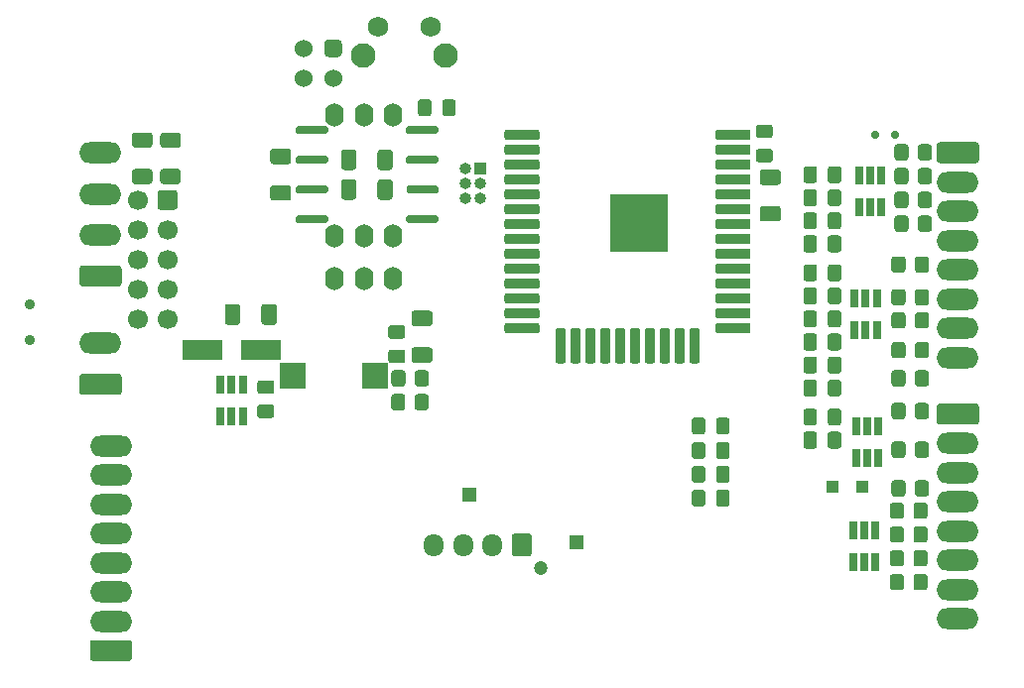
<source format=gbs>
G04 #@! TF.GenerationSoftware,KiCad,Pcbnew,(5.1.8)-1*
G04 #@! TF.CreationDate,2021-05-03T11:31:43+02:00*
G04 #@! TF.ProjectId,sensactHsIO4,73656e73-6163-4744-9873-494f342e6b69,rev?*
G04 #@! TF.SameCoordinates,Original*
G04 #@! TF.FileFunction,Soldermask,Bot*
G04 #@! TF.FilePolarity,Negative*
%FSLAX46Y46*%
G04 Gerber Fmt 4.6, Leading zero omitted, Abs format (unit mm)*
G04 Created by KiCad (PCBNEW (5.1.8)-1) date 2021-05-03 11:31:43*
%MOMM*%
%LPD*%
G01*
G04 APERTURE LIST*
%ADD10R,2.200000X2.200000*%
%ADD11R,5.000000X5.000000*%
%ADD12O,1.600000X2.000000*%
%ADD13O,3.600000X1.800000*%
%ADD14O,1.000000X1.000000*%
%ADD15R,1.000000X1.000000*%
%ADD16C,0.700000*%
%ADD17C,1.700000*%
%ADD18C,1.200000*%
%ADD19O,1.700000X1.950000*%
%ADD20R,1.230000X1.230000*%
%ADD21C,0.900000*%
%ADD22C,1.524000*%
%ADD23C,2.100000*%
%ADD24C,1.750000*%
%ADD25R,0.650000X1.560000*%
%ADD26R,3.500000X1.800000*%
G04 APERTURE END LIST*
G36*
G01*
X142182000Y-106901000D02*
X142182000Y-105951000D01*
G75*
G02*
X142432000Y-105701000I250000J0D01*
G01*
X143107000Y-105701000D01*
G75*
G02*
X143357000Y-105951000I0J-250000D01*
G01*
X143357000Y-106901000D01*
G75*
G02*
X143107000Y-107151000I-250000J0D01*
G01*
X142432000Y-107151000D01*
G75*
G02*
X142182000Y-106901000I0J250000D01*
G01*
G37*
G36*
G01*
X140107000Y-106901000D02*
X140107000Y-105951000D01*
G75*
G02*
X140357000Y-105701000I250000J0D01*
G01*
X141032000Y-105701000D01*
G75*
G02*
X141282000Y-105951000I0J-250000D01*
G01*
X141282000Y-106901000D01*
G75*
G02*
X141032000Y-107151000I-250000J0D01*
G01*
X140357000Y-107151000D01*
G75*
G02*
X140107000Y-106901000I0J250000D01*
G01*
G37*
G36*
G01*
X132438000Y-108168500D02*
X132438000Y-108493500D01*
G75*
G02*
X132275500Y-108656000I-162500J0D01*
G01*
X129850500Y-108656000D01*
G75*
G02*
X129688000Y-108493500I0J162500D01*
G01*
X129688000Y-108168500D01*
G75*
G02*
X129850500Y-108006000I162500J0D01*
G01*
X132275500Y-108006000D01*
G75*
G02*
X132438000Y-108168500I0J-162500D01*
G01*
G37*
G36*
G01*
X132438000Y-110708500D02*
X132438000Y-111033500D01*
G75*
G02*
X132275500Y-111196000I-162500J0D01*
G01*
X129850500Y-111196000D01*
G75*
G02*
X129688000Y-111033500I0J162500D01*
G01*
X129688000Y-110708500D01*
G75*
G02*
X129850500Y-110546000I162500J0D01*
G01*
X132275500Y-110546000D01*
G75*
G02*
X132438000Y-110708500I0J-162500D01*
G01*
G37*
G36*
G01*
X132438000Y-113248500D02*
X132438000Y-113573500D01*
G75*
G02*
X132275500Y-113736000I-162500J0D01*
G01*
X129850500Y-113736000D01*
G75*
G02*
X129688000Y-113573500I0J162500D01*
G01*
X129688000Y-113248500D01*
G75*
G02*
X129850500Y-113086000I162500J0D01*
G01*
X132275500Y-113086000D01*
G75*
G02*
X132438000Y-113248500I0J-162500D01*
G01*
G37*
G36*
G01*
X132438000Y-115788500D02*
X132438000Y-116113500D01*
G75*
G02*
X132275500Y-116276000I-162500J0D01*
G01*
X129850500Y-116276000D01*
G75*
G02*
X129688000Y-116113500I0J162500D01*
G01*
X129688000Y-115788500D01*
G75*
G02*
X129850500Y-115626000I162500J0D01*
G01*
X132275500Y-115626000D01*
G75*
G02*
X132438000Y-115788500I0J-162500D01*
G01*
G37*
G36*
G01*
X141863000Y-115788500D02*
X141863000Y-116113500D01*
G75*
G02*
X141700500Y-116276000I-162500J0D01*
G01*
X139275500Y-116276000D01*
G75*
G02*
X139113000Y-116113500I0J162500D01*
G01*
X139113000Y-115788500D01*
G75*
G02*
X139275500Y-115626000I162500J0D01*
G01*
X141700500Y-115626000D01*
G75*
G02*
X141863000Y-115788500I0J-162500D01*
G01*
G37*
G36*
G01*
X141888000Y-113248500D02*
X141888000Y-113573500D01*
G75*
G02*
X141725500Y-113736000I-162500J0D01*
G01*
X139300500Y-113736000D01*
G75*
G02*
X139138000Y-113573500I0J162500D01*
G01*
X139138000Y-113248500D01*
G75*
G02*
X139300500Y-113086000I162500J0D01*
G01*
X141725500Y-113086000D01*
G75*
G02*
X141888000Y-113248500I0J-162500D01*
G01*
G37*
G36*
G01*
X141838000Y-110708500D02*
X141838000Y-111033500D01*
G75*
G02*
X141675500Y-111196000I-162500J0D01*
G01*
X139250500Y-111196000D01*
G75*
G02*
X139088000Y-111033500I0J162500D01*
G01*
X139088000Y-110708500D01*
G75*
G02*
X139250500Y-110546000I162500J0D01*
G01*
X141675500Y-110546000D01*
G75*
G02*
X141838000Y-110708500I0J-162500D01*
G01*
G37*
G36*
G01*
X141838000Y-108168500D02*
X141838000Y-108493500D01*
G75*
G02*
X141675500Y-108656000I-162500J0D01*
G01*
X139250500Y-108656000D01*
G75*
G02*
X139088000Y-108493500I0J162500D01*
G01*
X139088000Y-108168500D01*
G75*
G02*
X139250500Y-108006000I162500J0D01*
G01*
X141675500Y-108006000D01*
G75*
G02*
X141838000Y-108168500I0J-162500D01*
G01*
G37*
D10*
X129469000Y-129286000D03*
X136469000Y-129286000D03*
G36*
G01*
X119624000Y-109844000D02*
X118374000Y-109844000D01*
G75*
G02*
X118124000Y-109594000I0J250000D01*
G01*
X118124000Y-108794000D01*
G75*
G02*
X118374000Y-108544000I250000J0D01*
G01*
X119624000Y-108544000D01*
G75*
G02*
X119874000Y-108794000I0J-250000D01*
G01*
X119874000Y-109594000D01*
G75*
G02*
X119624000Y-109844000I-250000J0D01*
G01*
G37*
G36*
G01*
X119624000Y-112944000D02*
X118374000Y-112944000D01*
G75*
G02*
X118124000Y-112694000I0J250000D01*
G01*
X118124000Y-111894000D01*
G75*
G02*
X118374000Y-111644000I250000J0D01*
G01*
X119624000Y-111644000D01*
G75*
G02*
X119874000Y-111894000I0J-250000D01*
G01*
X119874000Y-112694000D01*
G75*
G02*
X119624000Y-112944000I-250000J0D01*
G01*
G37*
G36*
G01*
X117211000Y-109844000D02*
X115961000Y-109844000D01*
G75*
G02*
X115711000Y-109594000I0J250000D01*
G01*
X115711000Y-108794000D01*
G75*
G02*
X115961000Y-108544000I250000J0D01*
G01*
X117211000Y-108544000D01*
G75*
G02*
X117461000Y-108794000I0J-250000D01*
G01*
X117461000Y-109594000D01*
G75*
G02*
X117211000Y-109844000I-250000J0D01*
G01*
G37*
G36*
G01*
X117211000Y-112944000D02*
X115961000Y-112944000D01*
G75*
G02*
X115711000Y-112694000I0J250000D01*
G01*
X115711000Y-111894000D01*
G75*
G02*
X115961000Y-111644000I250000J0D01*
G01*
X117211000Y-111644000D01*
G75*
G02*
X117461000Y-111894000I0J-250000D01*
G01*
X117461000Y-112694000D01*
G75*
G02*
X117211000Y-112944000I-250000J0D01*
G01*
G37*
G36*
G01*
X147500000Y-108970000D02*
X147500000Y-108520000D01*
G75*
G02*
X147725000Y-108295000I225000J0D01*
G01*
X150275000Y-108295000D01*
G75*
G02*
X150500000Y-108520000I0J-225000D01*
G01*
X150500000Y-108970000D01*
G75*
G02*
X150275000Y-109195000I-225000J0D01*
G01*
X147725000Y-109195000D01*
G75*
G02*
X147500000Y-108970000I0J225000D01*
G01*
G37*
G36*
G01*
X147500000Y-110240000D02*
X147500000Y-109790000D01*
G75*
G02*
X147725000Y-109565000I225000J0D01*
G01*
X150275000Y-109565000D01*
G75*
G02*
X150500000Y-109790000I0J-225000D01*
G01*
X150500000Y-110240000D01*
G75*
G02*
X150275000Y-110465000I-225000J0D01*
G01*
X147725000Y-110465000D01*
G75*
G02*
X147500000Y-110240000I0J225000D01*
G01*
G37*
G36*
G01*
X147500000Y-111510000D02*
X147500000Y-111060000D01*
G75*
G02*
X147725000Y-110835000I225000J0D01*
G01*
X150275000Y-110835000D01*
G75*
G02*
X150500000Y-111060000I0J-225000D01*
G01*
X150500000Y-111510000D01*
G75*
G02*
X150275000Y-111735000I-225000J0D01*
G01*
X147725000Y-111735000D01*
G75*
G02*
X147500000Y-111510000I0J225000D01*
G01*
G37*
G36*
G01*
X147500000Y-112780000D02*
X147500000Y-112330000D01*
G75*
G02*
X147725000Y-112105000I225000J0D01*
G01*
X150275000Y-112105000D01*
G75*
G02*
X150500000Y-112330000I0J-225000D01*
G01*
X150500000Y-112780000D01*
G75*
G02*
X150275000Y-113005000I-225000J0D01*
G01*
X147725000Y-113005000D01*
G75*
G02*
X147500000Y-112780000I0J225000D01*
G01*
G37*
G36*
G01*
X147500000Y-114050000D02*
X147500000Y-113600000D01*
G75*
G02*
X147725000Y-113375000I225000J0D01*
G01*
X150275000Y-113375000D01*
G75*
G02*
X150500000Y-113600000I0J-225000D01*
G01*
X150500000Y-114050000D01*
G75*
G02*
X150275000Y-114275000I-225000J0D01*
G01*
X147725000Y-114275000D01*
G75*
G02*
X147500000Y-114050000I0J225000D01*
G01*
G37*
G36*
G01*
X147500000Y-115320000D02*
X147500000Y-114870000D01*
G75*
G02*
X147725000Y-114645000I225000J0D01*
G01*
X150275000Y-114645000D01*
G75*
G02*
X150500000Y-114870000I0J-225000D01*
G01*
X150500000Y-115320000D01*
G75*
G02*
X150275000Y-115545000I-225000J0D01*
G01*
X147725000Y-115545000D01*
G75*
G02*
X147500000Y-115320000I0J225000D01*
G01*
G37*
G36*
G01*
X147500000Y-116590000D02*
X147500000Y-116140000D01*
G75*
G02*
X147725000Y-115915000I225000J0D01*
G01*
X150275000Y-115915000D01*
G75*
G02*
X150500000Y-116140000I0J-225000D01*
G01*
X150500000Y-116590000D01*
G75*
G02*
X150275000Y-116815000I-225000J0D01*
G01*
X147725000Y-116815000D01*
G75*
G02*
X147500000Y-116590000I0J225000D01*
G01*
G37*
G36*
G01*
X147500000Y-117860000D02*
X147500000Y-117410000D01*
G75*
G02*
X147725000Y-117185000I225000J0D01*
G01*
X150275000Y-117185000D01*
G75*
G02*
X150500000Y-117410000I0J-225000D01*
G01*
X150500000Y-117860000D01*
G75*
G02*
X150275000Y-118085000I-225000J0D01*
G01*
X147725000Y-118085000D01*
G75*
G02*
X147500000Y-117860000I0J225000D01*
G01*
G37*
G36*
G01*
X147500000Y-119130000D02*
X147500000Y-118680000D01*
G75*
G02*
X147725000Y-118455000I225000J0D01*
G01*
X150275000Y-118455000D01*
G75*
G02*
X150500000Y-118680000I0J-225000D01*
G01*
X150500000Y-119130000D01*
G75*
G02*
X150275000Y-119355000I-225000J0D01*
G01*
X147725000Y-119355000D01*
G75*
G02*
X147500000Y-119130000I0J225000D01*
G01*
G37*
G36*
G01*
X147500000Y-120400000D02*
X147500000Y-119950000D01*
G75*
G02*
X147725000Y-119725000I225000J0D01*
G01*
X150275000Y-119725000D01*
G75*
G02*
X150500000Y-119950000I0J-225000D01*
G01*
X150500000Y-120400000D01*
G75*
G02*
X150275000Y-120625000I-225000J0D01*
G01*
X147725000Y-120625000D01*
G75*
G02*
X147500000Y-120400000I0J225000D01*
G01*
G37*
G36*
G01*
X147500000Y-121670000D02*
X147500000Y-121220000D01*
G75*
G02*
X147725000Y-120995000I225000J0D01*
G01*
X150275000Y-120995000D01*
G75*
G02*
X150500000Y-121220000I0J-225000D01*
G01*
X150500000Y-121670000D01*
G75*
G02*
X150275000Y-121895000I-225000J0D01*
G01*
X147725000Y-121895000D01*
G75*
G02*
X147500000Y-121670000I0J225000D01*
G01*
G37*
G36*
G01*
X147500000Y-122940000D02*
X147500000Y-122490000D01*
G75*
G02*
X147725000Y-122265000I225000J0D01*
G01*
X150275000Y-122265000D01*
G75*
G02*
X150500000Y-122490000I0J-225000D01*
G01*
X150500000Y-122940000D01*
G75*
G02*
X150275000Y-123165000I-225000J0D01*
G01*
X147725000Y-123165000D01*
G75*
G02*
X147500000Y-122940000I0J225000D01*
G01*
G37*
G36*
G01*
X147500000Y-124210000D02*
X147500000Y-123760000D01*
G75*
G02*
X147725000Y-123535000I225000J0D01*
G01*
X150275000Y-123535000D01*
G75*
G02*
X150500000Y-123760000I0J-225000D01*
G01*
X150500000Y-124210000D01*
G75*
G02*
X150275000Y-124435000I-225000J0D01*
G01*
X147725000Y-124435000D01*
G75*
G02*
X147500000Y-124210000I0J225000D01*
G01*
G37*
G36*
G01*
X147500000Y-125480000D02*
X147500000Y-125030000D01*
G75*
G02*
X147725000Y-124805000I225000J0D01*
G01*
X150275000Y-124805000D01*
G75*
G02*
X150500000Y-125030000I0J-225000D01*
G01*
X150500000Y-125480000D01*
G75*
G02*
X150275000Y-125705000I-225000J0D01*
G01*
X147725000Y-125705000D01*
G75*
G02*
X147500000Y-125480000I0J225000D01*
G01*
G37*
G36*
G01*
X152510000Y-128255000D02*
X152060000Y-128255000D01*
G75*
G02*
X151835000Y-128030000I0J225000D01*
G01*
X151835000Y-125480000D01*
G75*
G02*
X152060000Y-125255000I225000J0D01*
G01*
X152510000Y-125255000D01*
G75*
G02*
X152735000Y-125480000I0J-225000D01*
G01*
X152735000Y-128030000D01*
G75*
G02*
X152510000Y-128255000I-225000J0D01*
G01*
G37*
G36*
G01*
X153780000Y-128255000D02*
X153330000Y-128255000D01*
G75*
G02*
X153105000Y-128030000I0J225000D01*
G01*
X153105000Y-125480000D01*
G75*
G02*
X153330000Y-125255000I225000J0D01*
G01*
X153780000Y-125255000D01*
G75*
G02*
X154005000Y-125480000I0J-225000D01*
G01*
X154005000Y-128030000D01*
G75*
G02*
X153780000Y-128255000I-225000J0D01*
G01*
G37*
G36*
G01*
X155050000Y-128255000D02*
X154600000Y-128255000D01*
G75*
G02*
X154375000Y-128030000I0J225000D01*
G01*
X154375000Y-125480000D01*
G75*
G02*
X154600000Y-125255000I225000J0D01*
G01*
X155050000Y-125255000D01*
G75*
G02*
X155275000Y-125480000I0J-225000D01*
G01*
X155275000Y-128030000D01*
G75*
G02*
X155050000Y-128255000I-225000J0D01*
G01*
G37*
G36*
G01*
X156320000Y-128255000D02*
X155870000Y-128255000D01*
G75*
G02*
X155645000Y-128030000I0J225000D01*
G01*
X155645000Y-125480000D01*
G75*
G02*
X155870000Y-125255000I225000J0D01*
G01*
X156320000Y-125255000D01*
G75*
G02*
X156545000Y-125480000I0J-225000D01*
G01*
X156545000Y-128030000D01*
G75*
G02*
X156320000Y-128255000I-225000J0D01*
G01*
G37*
G36*
G01*
X157590000Y-128255000D02*
X157140000Y-128255000D01*
G75*
G02*
X156915000Y-128030000I0J225000D01*
G01*
X156915000Y-125480000D01*
G75*
G02*
X157140000Y-125255000I225000J0D01*
G01*
X157590000Y-125255000D01*
G75*
G02*
X157815000Y-125480000I0J-225000D01*
G01*
X157815000Y-128030000D01*
G75*
G02*
X157590000Y-128255000I-225000J0D01*
G01*
G37*
G36*
G01*
X158860000Y-128255000D02*
X158410000Y-128255000D01*
G75*
G02*
X158185000Y-128030000I0J225000D01*
G01*
X158185000Y-125480000D01*
G75*
G02*
X158410000Y-125255000I225000J0D01*
G01*
X158860000Y-125255000D01*
G75*
G02*
X159085000Y-125480000I0J-225000D01*
G01*
X159085000Y-128030000D01*
G75*
G02*
X158860000Y-128255000I-225000J0D01*
G01*
G37*
G36*
G01*
X160130000Y-128255000D02*
X159680000Y-128255000D01*
G75*
G02*
X159455000Y-128030000I0J225000D01*
G01*
X159455000Y-125480000D01*
G75*
G02*
X159680000Y-125255000I225000J0D01*
G01*
X160130000Y-125255000D01*
G75*
G02*
X160355000Y-125480000I0J-225000D01*
G01*
X160355000Y-128030000D01*
G75*
G02*
X160130000Y-128255000I-225000J0D01*
G01*
G37*
G36*
G01*
X161400000Y-128255000D02*
X160950000Y-128255000D01*
G75*
G02*
X160725000Y-128030000I0J225000D01*
G01*
X160725000Y-125480000D01*
G75*
G02*
X160950000Y-125255000I225000J0D01*
G01*
X161400000Y-125255000D01*
G75*
G02*
X161625000Y-125480000I0J-225000D01*
G01*
X161625000Y-128030000D01*
G75*
G02*
X161400000Y-128255000I-225000J0D01*
G01*
G37*
G36*
G01*
X162670000Y-128255000D02*
X162220000Y-128255000D01*
G75*
G02*
X161995000Y-128030000I0J225000D01*
G01*
X161995000Y-125480000D01*
G75*
G02*
X162220000Y-125255000I225000J0D01*
G01*
X162670000Y-125255000D01*
G75*
G02*
X162895000Y-125480000I0J-225000D01*
G01*
X162895000Y-128030000D01*
G75*
G02*
X162670000Y-128255000I-225000J0D01*
G01*
G37*
G36*
G01*
X163940000Y-128255000D02*
X163490000Y-128255000D01*
G75*
G02*
X163265000Y-128030000I0J225000D01*
G01*
X163265000Y-125480000D01*
G75*
G02*
X163490000Y-125255000I225000J0D01*
G01*
X163940000Y-125255000D01*
G75*
G02*
X164165000Y-125480000I0J-225000D01*
G01*
X164165000Y-128030000D01*
G75*
G02*
X163940000Y-128255000I-225000J0D01*
G01*
G37*
G36*
G01*
X168500000Y-125030000D02*
X168500000Y-125480000D01*
G75*
G02*
X168275000Y-125705000I-225000J0D01*
G01*
X165725000Y-125705000D01*
G75*
G02*
X165500000Y-125480000I0J225000D01*
G01*
X165500000Y-125030000D01*
G75*
G02*
X165725000Y-124805000I225000J0D01*
G01*
X168275000Y-124805000D01*
G75*
G02*
X168500000Y-125030000I0J-225000D01*
G01*
G37*
G36*
G01*
X168500000Y-123760000D02*
X168500000Y-124210000D01*
G75*
G02*
X168275000Y-124435000I-225000J0D01*
G01*
X165725000Y-124435000D01*
G75*
G02*
X165500000Y-124210000I0J225000D01*
G01*
X165500000Y-123760000D01*
G75*
G02*
X165725000Y-123535000I225000J0D01*
G01*
X168275000Y-123535000D01*
G75*
G02*
X168500000Y-123760000I0J-225000D01*
G01*
G37*
G36*
G01*
X168500000Y-122490000D02*
X168500000Y-122940000D01*
G75*
G02*
X168275000Y-123165000I-225000J0D01*
G01*
X165725000Y-123165000D01*
G75*
G02*
X165500000Y-122940000I0J225000D01*
G01*
X165500000Y-122490000D01*
G75*
G02*
X165725000Y-122265000I225000J0D01*
G01*
X168275000Y-122265000D01*
G75*
G02*
X168500000Y-122490000I0J-225000D01*
G01*
G37*
G36*
G01*
X168500000Y-121220000D02*
X168500000Y-121670000D01*
G75*
G02*
X168275000Y-121895000I-225000J0D01*
G01*
X165725000Y-121895000D01*
G75*
G02*
X165500000Y-121670000I0J225000D01*
G01*
X165500000Y-121220000D01*
G75*
G02*
X165725000Y-120995000I225000J0D01*
G01*
X168275000Y-120995000D01*
G75*
G02*
X168500000Y-121220000I0J-225000D01*
G01*
G37*
G36*
G01*
X168500000Y-119950000D02*
X168500000Y-120400000D01*
G75*
G02*
X168275000Y-120625000I-225000J0D01*
G01*
X165725000Y-120625000D01*
G75*
G02*
X165500000Y-120400000I0J225000D01*
G01*
X165500000Y-119950000D01*
G75*
G02*
X165725000Y-119725000I225000J0D01*
G01*
X168275000Y-119725000D01*
G75*
G02*
X168500000Y-119950000I0J-225000D01*
G01*
G37*
G36*
G01*
X168500000Y-118680000D02*
X168500000Y-119130000D01*
G75*
G02*
X168275000Y-119355000I-225000J0D01*
G01*
X165725000Y-119355000D01*
G75*
G02*
X165500000Y-119130000I0J225000D01*
G01*
X165500000Y-118680000D01*
G75*
G02*
X165725000Y-118455000I225000J0D01*
G01*
X168275000Y-118455000D01*
G75*
G02*
X168500000Y-118680000I0J-225000D01*
G01*
G37*
G36*
G01*
X168500000Y-117410000D02*
X168500000Y-117860000D01*
G75*
G02*
X168275000Y-118085000I-225000J0D01*
G01*
X165725000Y-118085000D01*
G75*
G02*
X165500000Y-117860000I0J225000D01*
G01*
X165500000Y-117410000D01*
G75*
G02*
X165725000Y-117185000I225000J0D01*
G01*
X168275000Y-117185000D01*
G75*
G02*
X168500000Y-117410000I0J-225000D01*
G01*
G37*
G36*
G01*
X168500000Y-116140000D02*
X168500000Y-116590000D01*
G75*
G02*
X168275000Y-116815000I-225000J0D01*
G01*
X165725000Y-116815000D01*
G75*
G02*
X165500000Y-116590000I0J225000D01*
G01*
X165500000Y-116140000D01*
G75*
G02*
X165725000Y-115915000I225000J0D01*
G01*
X168275000Y-115915000D01*
G75*
G02*
X168500000Y-116140000I0J-225000D01*
G01*
G37*
G36*
G01*
X168500000Y-114870000D02*
X168500000Y-115320000D01*
G75*
G02*
X168275000Y-115545000I-225000J0D01*
G01*
X165725000Y-115545000D01*
G75*
G02*
X165500000Y-115320000I0J225000D01*
G01*
X165500000Y-114870000D01*
G75*
G02*
X165725000Y-114645000I225000J0D01*
G01*
X168275000Y-114645000D01*
G75*
G02*
X168500000Y-114870000I0J-225000D01*
G01*
G37*
G36*
G01*
X168500000Y-113600000D02*
X168500000Y-114050000D01*
G75*
G02*
X168275000Y-114275000I-225000J0D01*
G01*
X165725000Y-114275000D01*
G75*
G02*
X165500000Y-114050000I0J225000D01*
G01*
X165500000Y-113600000D01*
G75*
G02*
X165725000Y-113375000I225000J0D01*
G01*
X168275000Y-113375000D01*
G75*
G02*
X168500000Y-113600000I0J-225000D01*
G01*
G37*
G36*
G01*
X168500000Y-112330000D02*
X168500000Y-112780000D01*
G75*
G02*
X168275000Y-113005000I-225000J0D01*
G01*
X165725000Y-113005000D01*
G75*
G02*
X165500000Y-112780000I0J225000D01*
G01*
X165500000Y-112330000D01*
G75*
G02*
X165725000Y-112105000I225000J0D01*
G01*
X168275000Y-112105000D01*
G75*
G02*
X168500000Y-112330000I0J-225000D01*
G01*
G37*
G36*
G01*
X168500000Y-111060000D02*
X168500000Y-111510000D01*
G75*
G02*
X168275000Y-111735000I-225000J0D01*
G01*
X165725000Y-111735000D01*
G75*
G02*
X165500000Y-111510000I0J225000D01*
G01*
X165500000Y-111060000D01*
G75*
G02*
X165725000Y-110835000I225000J0D01*
G01*
X168275000Y-110835000D01*
G75*
G02*
X168500000Y-111060000I0J-225000D01*
G01*
G37*
G36*
G01*
X168500000Y-109790000D02*
X168500000Y-110240000D01*
G75*
G02*
X168275000Y-110465000I-225000J0D01*
G01*
X165725000Y-110465000D01*
G75*
G02*
X165500000Y-110240000I0J225000D01*
G01*
X165500000Y-109790000D01*
G75*
G02*
X165725000Y-109565000I225000J0D01*
G01*
X168275000Y-109565000D01*
G75*
G02*
X168500000Y-109790000I0J-225000D01*
G01*
G37*
G36*
G01*
X168500000Y-108520000D02*
X168500000Y-108970000D01*
G75*
G02*
X168275000Y-109195000I-225000J0D01*
G01*
X165725000Y-109195000D01*
G75*
G02*
X165500000Y-108970000I0J225000D01*
G01*
X165500000Y-108520000D01*
G75*
G02*
X165725000Y-108295000I225000J0D01*
G01*
X168275000Y-108295000D01*
G75*
G02*
X168500000Y-108520000I0J-225000D01*
G01*
G37*
D11*
X159000000Y-116245000D03*
G36*
G01*
X136663000Y-114036000D02*
X136663000Y-112786000D01*
G75*
G02*
X136913000Y-112536000I250000J0D01*
G01*
X137713000Y-112536000D01*
G75*
G02*
X137963000Y-112786000I0J-250000D01*
G01*
X137963000Y-114036000D01*
G75*
G02*
X137713000Y-114286000I-250000J0D01*
G01*
X136913000Y-114286000D01*
G75*
G02*
X136663000Y-114036000I0J250000D01*
G01*
G37*
G36*
G01*
X133563000Y-114036000D02*
X133563000Y-112786000D01*
G75*
G02*
X133813000Y-112536000I250000J0D01*
G01*
X134613000Y-112536000D01*
G75*
G02*
X134863000Y-112786000I0J-250000D01*
G01*
X134863000Y-114036000D01*
G75*
G02*
X134613000Y-114286000I-250000J0D01*
G01*
X133813000Y-114286000D01*
G75*
G02*
X133563000Y-114036000I0J250000D01*
G01*
G37*
G36*
G01*
X136663000Y-111496000D02*
X136663000Y-110246000D01*
G75*
G02*
X136913000Y-109996000I250000J0D01*
G01*
X137713000Y-109996000D01*
G75*
G02*
X137963000Y-110246000I0J-250000D01*
G01*
X137963000Y-111496000D01*
G75*
G02*
X137713000Y-111746000I-250000J0D01*
G01*
X136913000Y-111746000D01*
G75*
G02*
X136663000Y-111496000I0J250000D01*
G01*
G37*
G36*
G01*
X133563000Y-111496000D02*
X133563000Y-110246000D01*
G75*
G02*
X133813000Y-109996000I250000J0D01*
G01*
X134613000Y-109996000D01*
G75*
G02*
X134863000Y-110246000I0J-250000D01*
G01*
X134863000Y-111496000D01*
G75*
G02*
X134613000Y-111746000I-250000J0D01*
G01*
X133813000Y-111746000D01*
G75*
G02*
X133563000Y-111496000I0J250000D01*
G01*
G37*
D12*
X138009000Y-117348000D03*
X133009000Y-117348000D03*
X135509000Y-117348000D03*
X138009000Y-121031000D03*
X133009000Y-121031000D03*
X135509000Y-121031000D03*
X138009000Y-107061000D03*
X133009000Y-107061000D03*
X135509000Y-107061000D03*
G36*
G01*
X127746999Y-113041000D02*
X129047001Y-113041000D01*
G75*
G02*
X129297000Y-113290999I0J-249999D01*
G01*
X129297000Y-114116001D01*
G75*
G02*
X129047001Y-114366000I-249999J0D01*
G01*
X127746999Y-114366000D01*
G75*
G02*
X127497000Y-114116001I0J249999D01*
G01*
X127497000Y-113290999D01*
G75*
G02*
X127746999Y-113041000I249999J0D01*
G01*
G37*
G36*
G01*
X127746999Y-109916000D02*
X129047001Y-109916000D01*
G75*
G02*
X129297000Y-110165999I0J-249999D01*
G01*
X129297000Y-110991001D01*
G75*
G02*
X129047001Y-111241000I-249999J0D01*
G01*
X127746999Y-111241000D01*
G75*
G02*
X127497000Y-110991001I0J249999D01*
G01*
X127497000Y-110165999D01*
G75*
G02*
X127746999Y-109916000I249999J0D01*
G01*
G37*
D13*
X113030000Y-126548000D03*
G36*
G01*
X114580000Y-130948000D02*
X111480000Y-130948000D01*
G75*
G02*
X111230000Y-130698000I0J250000D01*
G01*
X111230000Y-129398000D01*
G75*
G02*
X111480000Y-129148000I250000J0D01*
G01*
X114580000Y-129148000D01*
G75*
G02*
X114830000Y-129398000I0J-250000D01*
G01*
X114830000Y-130698000D01*
G75*
G02*
X114580000Y-130948000I-250000J0D01*
G01*
G37*
X113030000Y-110292000D03*
X113030000Y-113792000D03*
X113030000Y-117292000D03*
G36*
G01*
X114580000Y-121692000D02*
X111480000Y-121692000D01*
G75*
G02*
X111230000Y-121442000I0J250000D01*
G01*
X111230000Y-120142000D01*
G75*
G02*
X111480000Y-119892000I250000J0D01*
G01*
X114580000Y-119892000D01*
G75*
G02*
X114830000Y-120142000I0J-250000D01*
G01*
X114830000Y-121442000D01*
G75*
G02*
X114580000Y-121692000I-250000J0D01*
G01*
G37*
D14*
X144145000Y-114173000D03*
X145415000Y-114173000D03*
X144145000Y-112903000D03*
X145415000Y-112903000D03*
X144145000Y-111633000D03*
D15*
X145415000Y-111633000D03*
D16*
X179150000Y-108750000D03*
X180850000Y-108750000D03*
D17*
X116205000Y-124460000D03*
X116205000Y-121920000D03*
X116205000Y-119380000D03*
X116205000Y-116840000D03*
X116205000Y-114300000D03*
X118745000Y-124460000D03*
X118745000Y-121920000D03*
X118745000Y-119380000D03*
X118745000Y-116840000D03*
G36*
G01*
X119595000Y-113700000D02*
X119595000Y-114900000D01*
G75*
G02*
X119345000Y-115150000I-250000J0D01*
G01*
X118145000Y-115150000D01*
G75*
G02*
X117895000Y-114900000I0J250000D01*
G01*
X117895000Y-113700000D01*
G75*
G02*
X118145000Y-113450000I250000J0D01*
G01*
X119345000Y-113450000D01*
G75*
G02*
X119595000Y-113700000I0J-250000D01*
G01*
G37*
D18*
X150571000Y-145764000D03*
D19*
X141471000Y-143764000D03*
X143971000Y-143764000D03*
X146471000Y-143764000D03*
G36*
G01*
X149821000Y-143039000D02*
X149821000Y-144489000D01*
G75*
G02*
X149571000Y-144739000I-250000J0D01*
G01*
X148371000Y-144739000D01*
G75*
G02*
X148121000Y-144489000I0J250000D01*
G01*
X148121000Y-143039000D01*
G75*
G02*
X148371000Y-142789000I250000J0D01*
G01*
X149571000Y-142789000D01*
G75*
G02*
X149821000Y-143039000I0J-250000D01*
G01*
G37*
D20*
X153670000Y-143510000D03*
X144526000Y-139446000D03*
D21*
X106985000Y-126238000D03*
X106985000Y-123238000D03*
D22*
X130330000Y-103886000D03*
X132870000Y-103886000D03*
X130330000Y-101346000D03*
G36*
G01*
X132108000Y-101727000D02*
X132108000Y-100965000D01*
G75*
G02*
X132489000Y-100584000I381000J0D01*
G01*
X133251000Y-100584000D01*
G75*
G02*
X133632000Y-100965000I0J-381000D01*
G01*
X133632000Y-101727000D01*
G75*
G02*
X133251000Y-102108000I-381000J0D01*
G01*
X132489000Y-102108000D01*
G75*
G02*
X132108000Y-101727000I0J381000D01*
G01*
G37*
G36*
G01*
X182518000Y-132784001D02*
X182518000Y-131883999D01*
G75*
G02*
X182767999Y-131634000I249999J0D01*
G01*
X183468001Y-131634000D01*
G75*
G02*
X183718000Y-131883999I0J-249999D01*
G01*
X183718000Y-132784001D01*
G75*
G02*
X183468001Y-133034000I-249999J0D01*
G01*
X182767999Y-133034000D01*
G75*
G02*
X182518000Y-132784001I0J249999D01*
G01*
G37*
G36*
G01*
X180518000Y-132784001D02*
X180518000Y-131883999D01*
G75*
G02*
X180767999Y-131634000I249999J0D01*
G01*
X181468001Y-131634000D01*
G75*
G02*
X181718000Y-131883999I0J-249999D01*
G01*
X181718000Y-132784001D01*
G75*
G02*
X181468001Y-133034000I-249999J0D01*
G01*
X180767999Y-133034000D01*
G75*
G02*
X180518000Y-132784001I0J249999D01*
G01*
G37*
G36*
G01*
X182518000Y-129990001D02*
X182518000Y-129089999D01*
G75*
G02*
X182767999Y-128840000I249999J0D01*
G01*
X183468001Y-128840000D01*
G75*
G02*
X183718000Y-129089999I0J-249999D01*
G01*
X183718000Y-129990001D01*
G75*
G02*
X183468001Y-130240000I-249999J0D01*
G01*
X182767999Y-130240000D01*
G75*
G02*
X182518000Y-129990001I0J249999D01*
G01*
G37*
G36*
G01*
X180518000Y-129990001D02*
X180518000Y-129089999D01*
G75*
G02*
X180767999Y-128840000I249999J0D01*
G01*
X181468001Y-128840000D01*
G75*
G02*
X181718000Y-129089999I0J-249999D01*
G01*
X181718000Y-129990001D01*
G75*
G02*
X181468001Y-130240000I-249999J0D01*
G01*
X180767999Y-130240000D01*
G75*
G02*
X180518000Y-129990001I0J249999D01*
G01*
G37*
D15*
X175514000Y-138811000D03*
X178014000Y-138811000D03*
G36*
G01*
X175075000Y-124935000D02*
X175075000Y-123985000D01*
G75*
G02*
X175325000Y-123735000I250000J0D01*
G01*
X176000000Y-123735000D01*
G75*
G02*
X176250000Y-123985000I0J-250000D01*
G01*
X176250000Y-124935000D01*
G75*
G02*
X176000000Y-125185000I-250000J0D01*
G01*
X175325000Y-125185000D01*
G75*
G02*
X175075000Y-124935000I0J250000D01*
G01*
G37*
G36*
G01*
X173000000Y-124935000D02*
X173000000Y-123985000D01*
G75*
G02*
X173250000Y-123735000I250000J0D01*
G01*
X173925000Y-123735000D01*
G75*
G02*
X174175000Y-123985000I0J-250000D01*
G01*
X174175000Y-124935000D01*
G75*
G02*
X173925000Y-125185000I-250000J0D01*
G01*
X173250000Y-125185000D01*
G75*
G02*
X173000000Y-124935000I0J250000D01*
G01*
G37*
G36*
G01*
X175075000Y-118521500D02*
X175075000Y-117571500D01*
G75*
G02*
X175325000Y-117321500I250000J0D01*
G01*
X176000000Y-117321500D01*
G75*
G02*
X176250000Y-117571500I0J-250000D01*
G01*
X176250000Y-118521500D01*
G75*
G02*
X176000000Y-118771500I-250000J0D01*
G01*
X175325000Y-118771500D01*
G75*
G02*
X175075000Y-118521500I0J250000D01*
G01*
G37*
G36*
G01*
X173000000Y-118521500D02*
X173000000Y-117571500D01*
G75*
G02*
X173250000Y-117321500I250000J0D01*
G01*
X173925000Y-117321500D01*
G75*
G02*
X174175000Y-117571500I0J-250000D01*
G01*
X174175000Y-118521500D01*
G75*
G02*
X173925000Y-118771500I-250000J0D01*
G01*
X173250000Y-118771500D01*
G75*
G02*
X173000000Y-118521500I0J250000D01*
G01*
G37*
G36*
G01*
X175075000Y-120998000D02*
X175075000Y-120048000D01*
G75*
G02*
X175325000Y-119798000I250000J0D01*
G01*
X176000000Y-119798000D01*
G75*
G02*
X176250000Y-120048000I0J-250000D01*
G01*
X176250000Y-120998000D01*
G75*
G02*
X176000000Y-121248000I-250000J0D01*
G01*
X175325000Y-121248000D01*
G75*
G02*
X175075000Y-120998000I0J250000D01*
G01*
G37*
G36*
G01*
X173000000Y-120998000D02*
X173000000Y-120048000D01*
G75*
G02*
X173250000Y-119798000I250000J0D01*
G01*
X173925000Y-119798000D01*
G75*
G02*
X174175000Y-120048000I0J-250000D01*
G01*
X174175000Y-120998000D01*
G75*
G02*
X173925000Y-121248000I-250000J0D01*
G01*
X173250000Y-121248000D01*
G75*
G02*
X173000000Y-120998000I0J250000D01*
G01*
G37*
G36*
G01*
X175075000Y-135285500D02*
X175075000Y-134335500D01*
G75*
G02*
X175325000Y-134085500I250000J0D01*
G01*
X176000000Y-134085500D01*
G75*
G02*
X176250000Y-134335500I0J-250000D01*
G01*
X176250000Y-135285500D01*
G75*
G02*
X176000000Y-135535500I-250000J0D01*
G01*
X175325000Y-135535500D01*
G75*
G02*
X175075000Y-135285500I0J250000D01*
G01*
G37*
G36*
G01*
X173000000Y-135285500D02*
X173000000Y-134335500D01*
G75*
G02*
X173250000Y-134085500I250000J0D01*
G01*
X173925000Y-134085500D01*
G75*
G02*
X174175000Y-134335500I0J-250000D01*
G01*
X174175000Y-135285500D01*
G75*
G02*
X173925000Y-135535500I-250000J0D01*
G01*
X173250000Y-135535500D01*
G75*
G02*
X173000000Y-135285500I0J250000D01*
G01*
G37*
G36*
G01*
X175075000Y-128872000D02*
X175075000Y-127922000D01*
G75*
G02*
X175325000Y-127672000I250000J0D01*
G01*
X176000000Y-127672000D01*
G75*
G02*
X176250000Y-127922000I0J-250000D01*
G01*
X176250000Y-128872000D01*
G75*
G02*
X176000000Y-129122000I-250000J0D01*
G01*
X175325000Y-129122000D01*
G75*
G02*
X175075000Y-128872000I0J250000D01*
G01*
G37*
G36*
G01*
X173000000Y-128872000D02*
X173000000Y-127922000D01*
G75*
G02*
X173250000Y-127672000I250000J0D01*
G01*
X173925000Y-127672000D01*
G75*
G02*
X174175000Y-127922000I0J-250000D01*
G01*
X174175000Y-128872000D01*
G75*
G02*
X173925000Y-129122000I-250000J0D01*
G01*
X173250000Y-129122000D01*
G75*
G02*
X173000000Y-128872000I0J250000D01*
G01*
G37*
G36*
G01*
X182772000Y-116782001D02*
X182772000Y-115881999D01*
G75*
G02*
X183021999Y-115632000I249999J0D01*
G01*
X183722001Y-115632000D01*
G75*
G02*
X183972000Y-115881999I0J-249999D01*
G01*
X183972000Y-116782001D01*
G75*
G02*
X183722001Y-117032000I-249999J0D01*
G01*
X183021999Y-117032000D01*
G75*
G02*
X182772000Y-116782001I0J249999D01*
G01*
G37*
G36*
G01*
X180772000Y-116782001D02*
X180772000Y-115881999D01*
G75*
G02*
X181021999Y-115632000I249999J0D01*
G01*
X181722001Y-115632000D01*
G75*
G02*
X181972000Y-115881999I0J-249999D01*
G01*
X181972000Y-116782001D01*
G75*
G02*
X181722001Y-117032000I-249999J0D01*
G01*
X181021999Y-117032000D01*
G75*
G02*
X180772000Y-116782001I0J249999D01*
G01*
G37*
G36*
G01*
X182772000Y-114750001D02*
X182772000Y-113849999D01*
G75*
G02*
X183021999Y-113600000I249999J0D01*
G01*
X183722001Y-113600000D01*
G75*
G02*
X183972000Y-113849999I0J-249999D01*
G01*
X183972000Y-114750001D01*
G75*
G02*
X183722001Y-115000000I-249999J0D01*
G01*
X183021999Y-115000000D01*
G75*
G02*
X182772000Y-114750001I0J249999D01*
G01*
G37*
G36*
G01*
X180772000Y-114750001D02*
X180772000Y-113849999D01*
G75*
G02*
X181021999Y-113600000I249999J0D01*
G01*
X181722001Y-113600000D01*
G75*
G02*
X181972000Y-113849999I0J-249999D01*
G01*
X181972000Y-114750001D01*
G75*
G02*
X181722001Y-115000000I-249999J0D01*
G01*
X181021999Y-115000000D01*
G75*
G02*
X180772000Y-114750001I0J249999D01*
G01*
G37*
G36*
G01*
X182772000Y-112718001D02*
X182772000Y-111817999D01*
G75*
G02*
X183021999Y-111568000I249999J0D01*
G01*
X183722001Y-111568000D01*
G75*
G02*
X183972000Y-111817999I0J-249999D01*
G01*
X183972000Y-112718001D01*
G75*
G02*
X183722001Y-112968000I-249999J0D01*
G01*
X183021999Y-112968000D01*
G75*
G02*
X182772000Y-112718001I0J249999D01*
G01*
G37*
G36*
G01*
X180772000Y-112718001D02*
X180772000Y-111817999D01*
G75*
G02*
X181021999Y-111568000I249999J0D01*
G01*
X181722001Y-111568000D01*
G75*
G02*
X181972000Y-111817999I0J-249999D01*
G01*
X181972000Y-112718001D01*
G75*
G02*
X181722001Y-112968000I-249999J0D01*
G01*
X181021999Y-112968000D01*
G75*
G02*
X180772000Y-112718001I0J249999D01*
G01*
G37*
G36*
G01*
X182772000Y-110686001D02*
X182772000Y-109785999D01*
G75*
G02*
X183021999Y-109536000I249999J0D01*
G01*
X183722001Y-109536000D01*
G75*
G02*
X183972000Y-109785999I0J-249999D01*
G01*
X183972000Y-110686001D01*
G75*
G02*
X183722001Y-110936000I-249999J0D01*
G01*
X183021999Y-110936000D01*
G75*
G02*
X182772000Y-110686001I0J249999D01*
G01*
G37*
G36*
G01*
X180772000Y-110686001D02*
X180772000Y-109785999D01*
G75*
G02*
X181021999Y-109536000I249999J0D01*
G01*
X181722001Y-109536000D01*
G75*
G02*
X181972000Y-109785999I0J-249999D01*
G01*
X181972000Y-110686001D01*
G75*
G02*
X181722001Y-110936000I-249999J0D01*
G01*
X181021999Y-110936000D01*
G75*
G02*
X180772000Y-110686001I0J249999D01*
G01*
G37*
D13*
X186182000Y-150088000D03*
X186182000Y-147588000D03*
X186182000Y-145088000D03*
X186182000Y-142588000D03*
X186182000Y-140088000D03*
X186182000Y-137588000D03*
X186182000Y-135088000D03*
G36*
G01*
X184632000Y-131688000D02*
X187732000Y-131688000D01*
G75*
G02*
X187982000Y-131938000I0J-250000D01*
G01*
X187982000Y-133238000D01*
G75*
G02*
X187732000Y-133488000I-250000J0D01*
G01*
X184632000Y-133488000D01*
G75*
G02*
X184382000Y-133238000I0J250000D01*
G01*
X184382000Y-131938000D01*
G75*
G02*
X184632000Y-131688000I250000J0D01*
G01*
G37*
X186182000Y-127762000D03*
X186182000Y-125262000D03*
X186182000Y-122762000D03*
X186182000Y-120262000D03*
X186182000Y-117762000D03*
X186182000Y-115262000D03*
X186182000Y-112762000D03*
G36*
G01*
X184632000Y-109362000D02*
X187732000Y-109362000D01*
G75*
G02*
X187982000Y-109612000I0J-250000D01*
G01*
X187982000Y-110912000D01*
G75*
G02*
X187732000Y-111162000I-250000J0D01*
G01*
X184632000Y-111162000D01*
G75*
G02*
X184382000Y-110912000I0J250000D01*
G01*
X184382000Y-109612000D01*
G75*
G02*
X184632000Y-109362000I250000J0D01*
G01*
G37*
X113919000Y-135281000D03*
X113919000Y-137781000D03*
X113919000Y-140281000D03*
X113919000Y-142781000D03*
X113919000Y-145281000D03*
X113919000Y-147781000D03*
X113919000Y-150281000D03*
G36*
G01*
X115469000Y-153681000D02*
X112369000Y-153681000D01*
G75*
G02*
X112119000Y-153431000I0J250000D01*
G01*
X112119000Y-152131000D01*
G75*
G02*
X112369000Y-151881000I250000J0D01*
G01*
X115469000Y-151881000D01*
G75*
G02*
X115719000Y-152131000I0J-250000D01*
G01*
X115719000Y-153431000D01*
G75*
G02*
X115469000Y-153681000I-250000J0D01*
G01*
G37*
D23*
X142450000Y-101990000D03*
D24*
X141200000Y-99500000D03*
X136700000Y-99500000D03*
D23*
X135440000Y-101990000D03*
D25*
X178308000Y-122729000D03*
X179258000Y-122729000D03*
X177358000Y-122729000D03*
X177358000Y-125429000D03*
X178308000Y-125429000D03*
X179258000Y-125429000D03*
X178181000Y-142541000D03*
X179131000Y-142541000D03*
X177231000Y-142541000D03*
X177231000Y-145241000D03*
X178181000Y-145241000D03*
X179131000Y-145241000D03*
X178435000Y-133651000D03*
X179385000Y-133651000D03*
X177485000Y-133651000D03*
X177485000Y-136351000D03*
X178435000Y-136351000D03*
X179385000Y-136351000D03*
X178689000Y-112188000D03*
X179639000Y-112188000D03*
X177739000Y-112188000D03*
X177739000Y-114888000D03*
X178689000Y-114888000D03*
X179639000Y-114888000D03*
X124206000Y-130048000D03*
X125156000Y-130048000D03*
X123256000Y-130048000D03*
X123256000Y-132748000D03*
X124206000Y-132748000D03*
X125156000Y-132748000D03*
G36*
G01*
X182518000Y-127577001D02*
X182518000Y-126676999D01*
G75*
G02*
X182767999Y-126427000I249999J0D01*
G01*
X183468001Y-126427000D01*
G75*
G02*
X183718000Y-126676999I0J-249999D01*
G01*
X183718000Y-127577001D01*
G75*
G02*
X183468001Y-127827000I-249999J0D01*
G01*
X182767999Y-127827000D01*
G75*
G02*
X182518000Y-127577001I0J249999D01*
G01*
G37*
G36*
G01*
X180518000Y-127577001D02*
X180518000Y-126676999D01*
G75*
G02*
X180767999Y-126427000I249999J0D01*
G01*
X181468001Y-126427000D01*
G75*
G02*
X181718000Y-126676999I0J-249999D01*
G01*
X181718000Y-127577001D01*
G75*
G02*
X181468001Y-127827000I-249999J0D01*
G01*
X180767999Y-127827000D01*
G75*
G02*
X180518000Y-127577001I0J249999D01*
G01*
G37*
G36*
G01*
X182518000Y-125037001D02*
X182518000Y-124136999D01*
G75*
G02*
X182767999Y-123887000I249999J0D01*
G01*
X183468001Y-123887000D01*
G75*
G02*
X183718000Y-124136999I0J-249999D01*
G01*
X183718000Y-125037001D01*
G75*
G02*
X183468001Y-125287000I-249999J0D01*
G01*
X182767999Y-125287000D01*
G75*
G02*
X182518000Y-125037001I0J249999D01*
G01*
G37*
G36*
G01*
X180518000Y-125037001D02*
X180518000Y-124136999D01*
G75*
G02*
X180767999Y-123887000I249999J0D01*
G01*
X181468001Y-123887000D01*
G75*
G02*
X181718000Y-124136999I0J-249999D01*
G01*
X181718000Y-125037001D01*
G75*
G02*
X181468001Y-125287000I-249999J0D01*
G01*
X180767999Y-125287000D01*
G75*
G02*
X180518000Y-125037001I0J249999D01*
G01*
G37*
G36*
G01*
X182518000Y-123068501D02*
X182518000Y-122168499D01*
G75*
G02*
X182767999Y-121918500I249999J0D01*
G01*
X183468001Y-121918500D01*
G75*
G02*
X183718000Y-122168499I0J-249999D01*
G01*
X183718000Y-123068501D01*
G75*
G02*
X183468001Y-123318500I-249999J0D01*
G01*
X182767999Y-123318500D01*
G75*
G02*
X182518000Y-123068501I0J249999D01*
G01*
G37*
G36*
G01*
X180518000Y-123068501D02*
X180518000Y-122168499D01*
G75*
G02*
X180767999Y-121918500I249999J0D01*
G01*
X181468001Y-121918500D01*
G75*
G02*
X181718000Y-122168499I0J-249999D01*
G01*
X181718000Y-123068501D01*
G75*
G02*
X181468001Y-123318500I-249999J0D01*
G01*
X180767999Y-123318500D01*
G75*
G02*
X180518000Y-123068501I0J249999D01*
G01*
G37*
G36*
G01*
X182518000Y-120274501D02*
X182518000Y-119374499D01*
G75*
G02*
X182767999Y-119124500I249999J0D01*
G01*
X183468001Y-119124500D01*
G75*
G02*
X183718000Y-119374499I0J-249999D01*
G01*
X183718000Y-120274501D01*
G75*
G02*
X183468001Y-120524500I-249999J0D01*
G01*
X182767999Y-120524500D01*
G75*
G02*
X182518000Y-120274501I0J249999D01*
G01*
G37*
G36*
G01*
X180518000Y-120274501D02*
X180518000Y-119374499D01*
G75*
G02*
X180767999Y-119124500I249999J0D01*
G01*
X181468001Y-119124500D01*
G75*
G02*
X181718000Y-119374499I0J-249999D01*
G01*
X181718000Y-120274501D01*
G75*
G02*
X181468001Y-120524500I-249999J0D01*
G01*
X180767999Y-120524500D01*
G75*
G02*
X180518000Y-120274501I0J249999D01*
G01*
G37*
G36*
G01*
X182391000Y-147389001D02*
X182391000Y-146488999D01*
G75*
G02*
X182640999Y-146239000I249999J0D01*
G01*
X183341001Y-146239000D01*
G75*
G02*
X183591000Y-146488999I0J-249999D01*
G01*
X183591000Y-147389001D01*
G75*
G02*
X183341001Y-147639000I-249999J0D01*
G01*
X182640999Y-147639000D01*
G75*
G02*
X182391000Y-147389001I0J249999D01*
G01*
G37*
G36*
G01*
X180391000Y-147389001D02*
X180391000Y-146488999D01*
G75*
G02*
X180640999Y-146239000I249999J0D01*
G01*
X181341001Y-146239000D01*
G75*
G02*
X181591000Y-146488999I0J-249999D01*
G01*
X181591000Y-147389001D01*
G75*
G02*
X181341001Y-147639000I-249999J0D01*
G01*
X180640999Y-147639000D01*
G75*
G02*
X180391000Y-147389001I0J249999D01*
G01*
G37*
G36*
G01*
X182391000Y-145357001D02*
X182391000Y-144456999D01*
G75*
G02*
X182640999Y-144207000I249999J0D01*
G01*
X183341001Y-144207000D01*
G75*
G02*
X183591000Y-144456999I0J-249999D01*
G01*
X183591000Y-145357001D01*
G75*
G02*
X183341001Y-145607000I-249999J0D01*
G01*
X182640999Y-145607000D01*
G75*
G02*
X182391000Y-145357001I0J249999D01*
G01*
G37*
G36*
G01*
X180391000Y-145357001D02*
X180391000Y-144456999D01*
G75*
G02*
X180640999Y-144207000I249999J0D01*
G01*
X181341001Y-144207000D01*
G75*
G02*
X181591000Y-144456999I0J-249999D01*
G01*
X181591000Y-145357001D01*
G75*
G02*
X181341001Y-145607000I-249999J0D01*
G01*
X180640999Y-145607000D01*
G75*
G02*
X180391000Y-145357001I0J249999D01*
G01*
G37*
G36*
G01*
X182391000Y-143325001D02*
X182391000Y-142424999D01*
G75*
G02*
X182640999Y-142175000I249999J0D01*
G01*
X183341001Y-142175000D01*
G75*
G02*
X183591000Y-142424999I0J-249999D01*
G01*
X183591000Y-143325001D01*
G75*
G02*
X183341001Y-143575000I-249999J0D01*
G01*
X182640999Y-143575000D01*
G75*
G02*
X182391000Y-143325001I0J249999D01*
G01*
G37*
G36*
G01*
X180391000Y-143325001D02*
X180391000Y-142424999D01*
G75*
G02*
X180640999Y-142175000I249999J0D01*
G01*
X181341001Y-142175000D01*
G75*
G02*
X181591000Y-142424999I0J-249999D01*
G01*
X181591000Y-143325001D01*
G75*
G02*
X181341001Y-143575000I-249999J0D01*
G01*
X180640999Y-143575000D01*
G75*
G02*
X180391000Y-143325001I0J249999D01*
G01*
G37*
G36*
G01*
X182391000Y-141293001D02*
X182391000Y-140392999D01*
G75*
G02*
X182640999Y-140143000I249999J0D01*
G01*
X183341001Y-140143000D01*
G75*
G02*
X183591000Y-140392999I0J-249999D01*
G01*
X183591000Y-141293001D01*
G75*
G02*
X183341001Y-141543000I-249999J0D01*
G01*
X182640999Y-141543000D01*
G75*
G02*
X182391000Y-141293001I0J249999D01*
G01*
G37*
G36*
G01*
X180391000Y-141293001D02*
X180391000Y-140392999D01*
G75*
G02*
X180640999Y-140143000I249999J0D01*
G01*
X181341001Y-140143000D01*
G75*
G02*
X181591000Y-140392999I0J-249999D01*
G01*
X181591000Y-141293001D01*
G75*
G02*
X181341001Y-141543000I-249999J0D01*
G01*
X180640999Y-141543000D01*
G75*
G02*
X180391000Y-141293001I0J249999D01*
G01*
G37*
G36*
G01*
X182518000Y-139388001D02*
X182518000Y-138487999D01*
G75*
G02*
X182767999Y-138238000I249999J0D01*
G01*
X183468001Y-138238000D01*
G75*
G02*
X183718000Y-138487999I0J-249999D01*
G01*
X183718000Y-139388001D01*
G75*
G02*
X183468001Y-139638000I-249999J0D01*
G01*
X182767999Y-139638000D01*
G75*
G02*
X182518000Y-139388001I0J249999D01*
G01*
G37*
G36*
G01*
X180518000Y-139388001D02*
X180518000Y-138487999D01*
G75*
G02*
X180767999Y-138238000I249999J0D01*
G01*
X181468001Y-138238000D01*
G75*
G02*
X181718000Y-138487999I0J-249999D01*
G01*
X181718000Y-139388001D01*
G75*
G02*
X181468001Y-139638000I-249999J0D01*
G01*
X180767999Y-139638000D01*
G75*
G02*
X180518000Y-139388001I0J249999D01*
G01*
G37*
G36*
G01*
X182518000Y-136086001D02*
X182518000Y-135185999D01*
G75*
G02*
X182767999Y-134936000I249999J0D01*
G01*
X183468001Y-134936000D01*
G75*
G02*
X183718000Y-135185999I0J-249999D01*
G01*
X183718000Y-136086001D01*
G75*
G02*
X183468001Y-136336000I-249999J0D01*
G01*
X182767999Y-136336000D01*
G75*
G02*
X182518000Y-136086001I0J249999D01*
G01*
G37*
G36*
G01*
X180518000Y-136086001D02*
X180518000Y-135185999D01*
G75*
G02*
X180767999Y-134936000I249999J0D01*
G01*
X181468001Y-134936000D01*
G75*
G02*
X181718000Y-135185999I0J-249999D01*
G01*
X181718000Y-136086001D01*
G75*
G02*
X181468001Y-136336000I-249999J0D01*
G01*
X180767999Y-136336000D01*
G75*
G02*
X180518000Y-136086001I0J249999D01*
G01*
G37*
G36*
G01*
X139830000Y-132022001D02*
X139830000Y-131121999D01*
G75*
G02*
X140079999Y-130872000I249999J0D01*
G01*
X140780001Y-130872000D01*
G75*
G02*
X141030000Y-131121999I0J-249999D01*
G01*
X141030000Y-132022001D01*
G75*
G02*
X140780001Y-132272000I-249999J0D01*
G01*
X140079999Y-132272000D01*
G75*
G02*
X139830000Y-132022001I0J249999D01*
G01*
G37*
G36*
G01*
X137830000Y-132022001D02*
X137830000Y-131121999D01*
G75*
G02*
X138079999Y-130872000I249999J0D01*
G01*
X138780001Y-130872000D01*
G75*
G02*
X139030000Y-131121999I0J-249999D01*
G01*
X139030000Y-132022001D01*
G75*
G02*
X138780001Y-132272000I-249999J0D01*
G01*
X138079999Y-132272000D01*
G75*
G02*
X137830000Y-132022001I0J249999D01*
G01*
G37*
G36*
G01*
X139846000Y-129990001D02*
X139846000Y-129089999D01*
G75*
G02*
X140095999Y-128840000I249999J0D01*
G01*
X140796001Y-128840000D01*
G75*
G02*
X141046000Y-129089999I0J-249999D01*
G01*
X141046000Y-129990001D01*
G75*
G02*
X140796001Y-130240000I-249999J0D01*
G01*
X140095999Y-130240000D01*
G75*
G02*
X139846000Y-129990001I0J249999D01*
G01*
G37*
G36*
G01*
X137846000Y-129990001D02*
X137846000Y-129089999D01*
G75*
G02*
X138095999Y-128840000I249999J0D01*
G01*
X138796001Y-128840000D01*
G75*
G02*
X139046000Y-129089999I0J-249999D01*
G01*
X139046000Y-129990001D01*
G75*
G02*
X138796001Y-130240000I-249999J0D01*
G01*
X138095999Y-130240000D01*
G75*
G02*
X137846000Y-129990001I0J249999D01*
G01*
G37*
D26*
X121706000Y-127127000D03*
X126706000Y-127127000D03*
G36*
G01*
X175075000Y-126903500D02*
X175075000Y-125953500D01*
G75*
G02*
X175325000Y-125703500I250000J0D01*
G01*
X176000000Y-125703500D01*
G75*
G02*
X176250000Y-125953500I0J-250000D01*
G01*
X176250000Y-126903500D01*
G75*
G02*
X176000000Y-127153500I-250000J0D01*
G01*
X175325000Y-127153500D01*
G75*
G02*
X175075000Y-126903500I0J250000D01*
G01*
G37*
G36*
G01*
X173000000Y-126903500D02*
X173000000Y-125953500D01*
G75*
G02*
X173250000Y-125703500I250000J0D01*
G01*
X173925000Y-125703500D01*
G75*
G02*
X174175000Y-125953500I0J-250000D01*
G01*
X174175000Y-126903500D01*
G75*
G02*
X173925000Y-127153500I-250000J0D01*
G01*
X173250000Y-127153500D01*
G75*
G02*
X173000000Y-126903500I0J250000D01*
G01*
G37*
G36*
G01*
X175075000Y-122966500D02*
X175075000Y-122016500D01*
G75*
G02*
X175325000Y-121766500I250000J0D01*
G01*
X176000000Y-121766500D01*
G75*
G02*
X176250000Y-122016500I0J-250000D01*
G01*
X176250000Y-122966500D01*
G75*
G02*
X176000000Y-123216500I-250000J0D01*
G01*
X175325000Y-123216500D01*
G75*
G02*
X175075000Y-122966500I0J250000D01*
G01*
G37*
G36*
G01*
X173000000Y-122966500D02*
X173000000Y-122016500D01*
G75*
G02*
X173250000Y-121766500I250000J0D01*
G01*
X173925000Y-121766500D01*
G75*
G02*
X174175000Y-122016500I0J-250000D01*
G01*
X174175000Y-122966500D01*
G75*
G02*
X173925000Y-123216500I-250000J0D01*
G01*
X173250000Y-123216500D01*
G75*
G02*
X173000000Y-122966500I0J250000D01*
G01*
G37*
G36*
G01*
X165550000Y-140238500D02*
X165550000Y-139288500D01*
G75*
G02*
X165800000Y-139038500I250000J0D01*
G01*
X166475000Y-139038500D01*
G75*
G02*
X166725000Y-139288500I0J-250000D01*
G01*
X166725000Y-140238500D01*
G75*
G02*
X166475000Y-140488500I-250000J0D01*
G01*
X165800000Y-140488500D01*
G75*
G02*
X165550000Y-140238500I0J250000D01*
G01*
G37*
G36*
G01*
X163475000Y-140238500D02*
X163475000Y-139288500D01*
G75*
G02*
X163725000Y-139038500I250000J0D01*
G01*
X164400000Y-139038500D01*
G75*
G02*
X164650000Y-139288500I0J-250000D01*
G01*
X164650000Y-140238500D01*
G75*
G02*
X164400000Y-140488500I-250000J0D01*
G01*
X163725000Y-140488500D01*
G75*
G02*
X163475000Y-140238500I0J250000D01*
G01*
G37*
G36*
G01*
X165550000Y-138206500D02*
X165550000Y-137256500D01*
G75*
G02*
X165800000Y-137006500I250000J0D01*
G01*
X166475000Y-137006500D01*
G75*
G02*
X166725000Y-137256500I0J-250000D01*
G01*
X166725000Y-138206500D01*
G75*
G02*
X166475000Y-138456500I-250000J0D01*
G01*
X165800000Y-138456500D01*
G75*
G02*
X165550000Y-138206500I0J250000D01*
G01*
G37*
G36*
G01*
X163475000Y-138206500D02*
X163475000Y-137256500D01*
G75*
G02*
X163725000Y-137006500I250000J0D01*
G01*
X164400000Y-137006500D01*
G75*
G02*
X164650000Y-137256500I0J-250000D01*
G01*
X164650000Y-138206500D01*
G75*
G02*
X164400000Y-138456500I-250000J0D01*
G01*
X163725000Y-138456500D01*
G75*
G02*
X163475000Y-138206500I0J250000D01*
G01*
G37*
G36*
G01*
X165550000Y-136174500D02*
X165550000Y-135224500D01*
G75*
G02*
X165800000Y-134974500I250000J0D01*
G01*
X166475000Y-134974500D01*
G75*
G02*
X166725000Y-135224500I0J-250000D01*
G01*
X166725000Y-136174500D01*
G75*
G02*
X166475000Y-136424500I-250000J0D01*
G01*
X165800000Y-136424500D01*
G75*
G02*
X165550000Y-136174500I0J250000D01*
G01*
G37*
G36*
G01*
X163475000Y-136174500D02*
X163475000Y-135224500D01*
G75*
G02*
X163725000Y-134974500I250000J0D01*
G01*
X164400000Y-134974500D01*
G75*
G02*
X164650000Y-135224500I0J-250000D01*
G01*
X164650000Y-136174500D01*
G75*
G02*
X164400000Y-136424500I-250000J0D01*
G01*
X163725000Y-136424500D01*
G75*
G02*
X163475000Y-136174500I0J250000D01*
G01*
G37*
G36*
G01*
X165550000Y-134079000D02*
X165550000Y-133129000D01*
G75*
G02*
X165800000Y-132879000I250000J0D01*
G01*
X166475000Y-132879000D01*
G75*
G02*
X166725000Y-133129000I0J-250000D01*
G01*
X166725000Y-134079000D01*
G75*
G02*
X166475000Y-134329000I-250000J0D01*
G01*
X165800000Y-134329000D01*
G75*
G02*
X165550000Y-134079000I0J250000D01*
G01*
G37*
G36*
G01*
X163475000Y-134079000D02*
X163475000Y-133129000D01*
G75*
G02*
X163725000Y-132879000I250000J0D01*
G01*
X164400000Y-132879000D01*
G75*
G02*
X164650000Y-133129000I0J-250000D01*
G01*
X164650000Y-134079000D01*
G75*
G02*
X164400000Y-134329000I-250000J0D01*
G01*
X163725000Y-134329000D01*
G75*
G02*
X163475000Y-134079000I0J250000D01*
G01*
G37*
G36*
G01*
X175075000Y-133317000D02*
X175075000Y-132367000D01*
G75*
G02*
X175325000Y-132117000I250000J0D01*
G01*
X176000000Y-132117000D01*
G75*
G02*
X176250000Y-132367000I0J-250000D01*
G01*
X176250000Y-133317000D01*
G75*
G02*
X176000000Y-133567000I-250000J0D01*
G01*
X175325000Y-133567000D01*
G75*
G02*
X175075000Y-133317000I0J250000D01*
G01*
G37*
G36*
G01*
X173000000Y-133317000D02*
X173000000Y-132367000D01*
G75*
G02*
X173250000Y-132117000I250000J0D01*
G01*
X173925000Y-132117000D01*
G75*
G02*
X174175000Y-132367000I0J-250000D01*
G01*
X174175000Y-133317000D01*
G75*
G02*
X173925000Y-133567000I-250000J0D01*
G01*
X173250000Y-133567000D01*
G75*
G02*
X173000000Y-133317000I0J250000D01*
G01*
G37*
G36*
G01*
X175075000Y-130840500D02*
X175075000Y-129890500D01*
G75*
G02*
X175325000Y-129640500I250000J0D01*
G01*
X176000000Y-129640500D01*
G75*
G02*
X176250000Y-129890500I0J-250000D01*
G01*
X176250000Y-130840500D01*
G75*
G02*
X176000000Y-131090500I-250000J0D01*
G01*
X175325000Y-131090500D01*
G75*
G02*
X175075000Y-130840500I0J250000D01*
G01*
G37*
G36*
G01*
X173000000Y-130840500D02*
X173000000Y-129890500D01*
G75*
G02*
X173250000Y-129640500I250000J0D01*
G01*
X173925000Y-129640500D01*
G75*
G02*
X174175000Y-129890500I0J-250000D01*
G01*
X174175000Y-130840500D01*
G75*
G02*
X173925000Y-131090500I-250000J0D01*
G01*
X173250000Y-131090500D01*
G75*
G02*
X173000000Y-130840500I0J250000D01*
G01*
G37*
G36*
G01*
X175075000Y-116553000D02*
X175075000Y-115603000D01*
G75*
G02*
X175325000Y-115353000I250000J0D01*
G01*
X176000000Y-115353000D01*
G75*
G02*
X176250000Y-115603000I0J-250000D01*
G01*
X176250000Y-116553000D01*
G75*
G02*
X176000000Y-116803000I-250000J0D01*
G01*
X175325000Y-116803000D01*
G75*
G02*
X175075000Y-116553000I0J250000D01*
G01*
G37*
G36*
G01*
X173000000Y-116553000D02*
X173000000Y-115603000D01*
G75*
G02*
X173250000Y-115353000I250000J0D01*
G01*
X173925000Y-115353000D01*
G75*
G02*
X174175000Y-115603000I0J-250000D01*
G01*
X174175000Y-116553000D01*
G75*
G02*
X173925000Y-116803000I-250000J0D01*
G01*
X173250000Y-116803000D01*
G75*
G02*
X173000000Y-116553000I0J250000D01*
G01*
G37*
G36*
G01*
X175075000Y-114584500D02*
X175075000Y-113634500D01*
G75*
G02*
X175325000Y-113384500I250000J0D01*
G01*
X176000000Y-113384500D01*
G75*
G02*
X176250000Y-113634500I0J-250000D01*
G01*
X176250000Y-114584500D01*
G75*
G02*
X176000000Y-114834500I-250000J0D01*
G01*
X175325000Y-114834500D01*
G75*
G02*
X175075000Y-114584500I0J250000D01*
G01*
G37*
G36*
G01*
X173000000Y-114584500D02*
X173000000Y-113634500D01*
G75*
G02*
X173250000Y-113384500I250000J0D01*
G01*
X173925000Y-113384500D01*
G75*
G02*
X174175000Y-113634500I0J-250000D01*
G01*
X174175000Y-114584500D01*
G75*
G02*
X173925000Y-114834500I-250000J0D01*
G01*
X173250000Y-114834500D01*
G75*
G02*
X173000000Y-114584500I0J250000D01*
G01*
G37*
G36*
G01*
X175075000Y-112616000D02*
X175075000Y-111666000D01*
G75*
G02*
X175325000Y-111416000I250000J0D01*
G01*
X176000000Y-111416000D01*
G75*
G02*
X176250000Y-111666000I0J-250000D01*
G01*
X176250000Y-112616000D01*
G75*
G02*
X176000000Y-112866000I-250000J0D01*
G01*
X175325000Y-112866000D01*
G75*
G02*
X175075000Y-112616000I0J250000D01*
G01*
G37*
G36*
G01*
X173000000Y-112616000D02*
X173000000Y-111666000D01*
G75*
G02*
X173250000Y-111416000I250000J0D01*
G01*
X173925000Y-111416000D01*
G75*
G02*
X174175000Y-111666000I0J-250000D01*
G01*
X174175000Y-112616000D01*
G75*
G02*
X173925000Y-112866000I-250000J0D01*
G01*
X173250000Y-112866000D01*
G75*
G02*
X173000000Y-112616000I0J250000D01*
G01*
G37*
G36*
G01*
X138778000Y-126169000D02*
X137828000Y-126169000D01*
G75*
G02*
X137578000Y-125919000I0J250000D01*
G01*
X137578000Y-125244000D01*
G75*
G02*
X137828000Y-124994000I250000J0D01*
G01*
X138778000Y-124994000D01*
G75*
G02*
X139028000Y-125244000I0J-250000D01*
G01*
X139028000Y-125919000D01*
G75*
G02*
X138778000Y-126169000I-250000J0D01*
G01*
G37*
G36*
G01*
X138778000Y-128244000D02*
X137828000Y-128244000D01*
G75*
G02*
X137578000Y-127994000I0J250000D01*
G01*
X137578000Y-127319000D01*
G75*
G02*
X137828000Y-127069000I250000J0D01*
G01*
X138778000Y-127069000D01*
G75*
G02*
X139028000Y-127319000I0J-250000D01*
G01*
X139028000Y-127994000D01*
G75*
G02*
X138778000Y-128244000I-250000J0D01*
G01*
G37*
G36*
G01*
X141112001Y-125084000D02*
X139811999Y-125084000D01*
G75*
G02*
X139562000Y-124834001I0J249999D01*
G01*
X139562000Y-124008999D01*
G75*
G02*
X139811999Y-123759000I249999J0D01*
G01*
X141112001Y-123759000D01*
G75*
G02*
X141362000Y-124008999I0J-249999D01*
G01*
X141362000Y-124834001D01*
G75*
G02*
X141112001Y-125084000I-249999J0D01*
G01*
G37*
G36*
G01*
X141112001Y-128209000D02*
X139811999Y-128209000D01*
G75*
G02*
X139562000Y-127959001I0J249999D01*
G01*
X139562000Y-127133999D01*
G75*
G02*
X139811999Y-126884000I249999J0D01*
G01*
X141112001Y-126884000D01*
G75*
G02*
X141362000Y-127133999I0J-249999D01*
G01*
X141362000Y-127959001D01*
G75*
G02*
X141112001Y-128209000I-249999J0D01*
G01*
G37*
G36*
G01*
X126652000Y-131768000D02*
X127602000Y-131768000D01*
G75*
G02*
X127852000Y-132018000I0J-250000D01*
G01*
X127852000Y-132693000D01*
G75*
G02*
X127602000Y-132943000I-250000J0D01*
G01*
X126652000Y-132943000D01*
G75*
G02*
X126402000Y-132693000I0J250000D01*
G01*
X126402000Y-132018000D01*
G75*
G02*
X126652000Y-131768000I250000J0D01*
G01*
G37*
G36*
G01*
X126652000Y-129693000D02*
X127602000Y-129693000D01*
G75*
G02*
X127852000Y-129943000I0J-250000D01*
G01*
X127852000Y-130618000D01*
G75*
G02*
X127602000Y-130868000I-250000J0D01*
G01*
X126652000Y-130868000D01*
G75*
G02*
X126402000Y-130618000I0J250000D01*
G01*
X126402000Y-129943000D01*
G75*
G02*
X126652000Y-129693000I250000J0D01*
G01*
G37*
G36*
G01*
X126757000Y-124729001D02*
X126757000Y-123428999D01*
G75*
G02*
X127006999Y-123179000I249999J0D01*
G01*
X127832001Y-123179000D01*
G75*
G02*
X128082000Y-123428999I0J-249999D01*
G01*
X128082000Y-124729001D01*
G75*
G02*
X127832001Y-124979000I-249999J0D01*
G01*
X127006999Y-124979000D01*
G75*
G02*
X126757000Y-124729001I0J249999D01*
G01*
G37*
G36*
G01*
X123632000Y-124729001D02*
X123632000Y-123428999D01*
G75*
G02*
X123881999Y-123179000I249999J0D01*
G01*
X124707001Y-123179000D01*
G75*
G02*
X124957000Y-123428999I0J-249999D01*
G01*
X124957000Y-124729001D01*
G75*
G02*
X124707001Y-124979000I-249999J0D01*
G01*
X123881999Y-124979000D01*
G75*
G02*
X123632000Y-124729001I0J249999D01*
G01*
G37*
G36*
G01*
X169529999Y-114819000D02*
X170830001Y-114819000D01*
G75*
G02*
X171080000Y-115068999I0J-249999D01*
G01*
X171080000Y-115894001D01*
G75*
G02*
X170830001Y-116144000I-249999J0D01*
G01*
X169529999Y-116144000D01*
G75*
G02*
X169280000Y-115894001I0J249999D01*
G01*
X169280000Y-115068999D01*
G75*
G02*
X169529999Y-114819000I249999J0D01*
G01*
G37*
G36*
G01*
X169529999Y-111694000D02*
X170830001Y-111694000D01*
G75*
G02*
X171080000Y-111943999I0J-249999D01*
G01*
X171080000Y-112769001D01*
G75*
G02*
X170830001Y-113019000I-249999J0D01*
G01*
X169529999Y-113019000D01*
G75*
G02*
X169280000Y-112769001I0J249999D01*
G01*
X169280000Y-111943999D01*
G75*
G02*
X169529999Y-111694000I249999J0D01*
G01*
G37*
G36*
G01*
X170147000Y-109024000D02*
X169197000Y-109024000D01*
G75*
G02*
X168947000Y-108774000I0J250000D01*
G01*
X168947000Y-108099000D01*
G75*
G02*
X169197000Y-107849000I250000J0D01*
G01*
X170147000Y-107849000D01*
G75*
G02*
X170397000Y-108099000I0J-250000D01*
G01*
X170397000Y-108774000D01*
G75*
G02*
X170147000Y-109024000I-250000J0D01*
G01*
G37*
G36*
G01*
X170147000Y-111099000D02*
X169197000Y-111099000D01*
G75*
G02*
X168947000Y-110849000I0J250000D01*
G01*
X168947000Y-110174000D01*
G75*
G02*
X169197000Y-109924000I250000J0D01*
G01*
X170147000Y-109924000D01*
G75*
G02*
X170397000Y-110174000I0J-250000D01*
G01*
X170397000Y-110849000D01*
G75*
G02*
X170147000Y-111099000I-250000J0D01*
G01*
G37*
M02*

</source>
